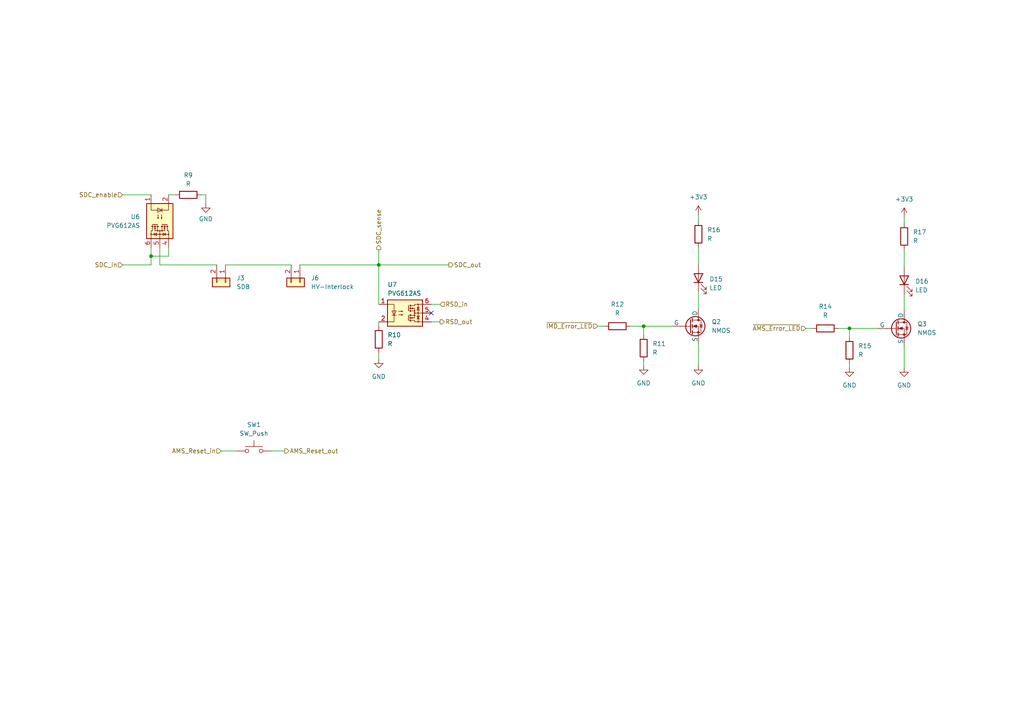
<source format=kicad_sch>
(kicad_sch (version 20231120) (generator "eeschema") (generator_version "8.0")
  (paper "A4")
  (lib_symbols
    (symbol "Connector_Generic:Conn_01x02" (pin_names (offset 1.016) hide)
      (property "Reference" "J" (at 0 2.54 0))
      (property "Value" "Conn_01x02" (at 0 -5.08 0))
      (symbol "Conn_01x02_1_1"
        (rectangle (start -1.27 -2.413) (end 0 -2.667) (stroke (width 0.1524)))
        (rectangle (start -1.27 0.127) (end 0 -0.127) (stroke (width 0.1524)))
        (rectangle (start -1.27 1.27) (end 1.27 -3.81) (stroke (width 0.254)) (fill (type background)))
        (pin passive line (at -5.08 0 0) (length 3.81) (name "Pin_1") (number "1"))
        (pin passive line (at -5.08 -2.54 0) (length 3.81) (name "Pin_2") (number "2"))
      )
    )
    (symbol "Device:LED" (pin_numbers hide) (pin_names (offset 1.016) hide)
      (property "Reference" "D" (at 0 2.54 0))
      (property "Value" "LED" (at 0 -2.54 0))
      (symbol "LED_0_1"
        (polyline (pts (xy -1.27 -1.27) (xy -1.27 1.27)) (stroke (width 0.254)))
        (polyline (pts (xy -1.27 0) (xy 1.27 0)))
        (polyline (pts (xy 1.27 -1.27) (xy 1.27 1.27) (xy -1.27 0) (xy 1.27 -1.27)) (stroke (width 0.254)))
        (polyline (pts (xy -3.048 -0.762) (xy -4.572 -2.286) (xy -3.81 -2.286) (xy -4.572 -2.286) (xy -4.572 -1.524)))
        (polyline (pts (xy -1.778 -0.762) (xy -3.302 -2.286) (xy -2.54 -2.286) (xy -3.302 -2.286) (xy -3.302 -1.524)))
      )
      (symbol "LED_1_1"
        (pin passive line (at -3.81 0 0) (length 2.54) (name "K") (number "1"))
        (pin passive line (at 3.81 0 180) (length 2.54) (name "A") (number "2"))
      )
    )
    (symbol "Device:R" (pin_numbers hide) (pin_names (offset 0))
      (property "Reference" "R" (at 2.032 0 90))
      (property "Value" "R" (at 0 0 90))
      (symbol "R_0_1"
        (rectangle (start -1.016 -2.54) (end 1.016 2.54) (stroke (width 0.254)))
      )
      (symbol "R_1_1"
        (pin passive line (at 0 3.81 270) (length 1.27) (name "~") (number "1"))
        (pin passive line (at 0 -3.81 90) (length 1.27) (name "~") (number "2"))
      )
    )
    (symbol "FaSTTUBe_Power-Switches:PVG612AS"
      (property "Reference" "U" (at -3.81 5.08 0))
      (property "Value" "PVG612AS" (at 0 -5.08 0))
      (symbol "PVG612AS_0_1"
        (rectangle (start -5.08 3.81) (end 5.08 -3.81) (stroke (width 0.254)) (fill (type background)))
        (polyline (pts (xy -3.81 -0.635) (xy -2.54 -0.635)))
        (polyline (pts (xy 1.016 -0.635) (xy 1.016 -2.159)) (stroke (width 0.2032)))
        (polyline (pts (xy 1.016 2.159) (xy 1.016 0.635)) (stroke (width 0.2032)))
        (polyline (pts (xy 1.524 -0.508) (xy 1.524 -0.762)) (stroke (width 0.3556)))
        (polyline (pts (xy 2.794 0) (xy 5.08 0)))
        (polyline (pts (xy 3.429 -1.651) (xy 4.191 -1.651)))
        (polyline (pts (xy 3.429 1.651) (xy 4.191 1.651)))
        (polyline (pts (xy 3.81 -2.54) (xy 3.81 2.54)))
        (polyline (pts (xy 1.524 -2.032) (xy 1.524 -2.286) (xy 1.524 -2.286)) (stroke (width 0.3556)))
        (polyline (pts (xy 1.524 -1.27) (xy 1.524 -1.524) (xy 1.524 -1.524)) (stroke (width 0.3556)))
        (polyline (pts (xy 1.524 0.762) (xy 1.524 0.508) (xy 1.524 0.508)) (stroke (width 0.3556)))
        (polyline (pts (xy 1.524 1.524) (xy 1.524 1.27) (xy 1.524 1.27)) (stroke (width 0.3556)))
        (polyline (pts (xy 1.524 2.286) (xy 1.524 2.032) (xy 1.524 2.032)) (stroke (width 0.3556)))
        (polyline (pts (xy 1.651 -1.397) (xy 2.794 -1.397) (xy 2.794 -0.635)))
        (polyline (pts (xy 1.651 1.397) (xy 2.794 1.397) (xy 2.794 0.635)))
        (polyline (pts (xy -5.08 2.54) (xy -3.175 2.54) (xy -3.175 -2.54) (xy -5.08 -2.54)))
        (polyline (pts (xy -3.175 -0.635) (xy -3.81 0.635) (xy -2.54 0.635) (xy -3.175 -0.635)))
        (polyline (pts (xy 1.651 -2.159) (xy 2.794 -2.159) (xy 2.794 -2.54) (xy 5.08 -2.54)))
        (polyline (pts (xy 1.651 -0.635) (xy 2.794 -0.635) (xy 2.794 0.635) (xy 1.651 0.635)))
        (polyline (pts (xy 1.651 2.159) (xy 2.794 2.159) (xy 2.794 2.54) (xy 5.08 2.54)))
        (polyline (pts (xy 1.778 -1.397) (xy 2.286 -1.27) (xy 2.286 -1.524) (xy 1.778 -1.397)))
        (polyline (pts (xy 1.778 1.397) (xy 2.286 1.524) (xy 2.286 1.27) (xy 1.778 1.397)))
        (polyline (pts (xy 3.81 -1.651) (xy 3.429 -0.889) (xy 4.191 -0.889) (xy 3.81 -1.651)))
        (polyline (pts (xy 3.81 1.651) (xy 3.429 0.889) (xy 4.191 0.889) (xy 3.81 1.651)))
        (polyline (pts (xy -1.905 -0.508) (xy -0.635 -0.508) (xy -1.016 -0.635) (xy -1.016 -0.381) (xy -0.635 -0.508)))
        (polyline (pts (xy -1.905 0.508) (xy -0.635 0.508) (xy -1.016 0.381) (xy -1.016 0.635) (xy -0.635 0.508)))
        (circle (center 2.794 -0.635) (radius 0.127))
        (circle (center 2.794 0) (radius 0.127))
        (circle (center 2.794 0.635) (radius 0.127))
        (circle (center 3.81 -2.54) (radius 0.127))
        (circle (center 3.81 0) (radius 0.127))
        (circle (center 3.81 2.54) (radius 0.127))
      )
      (symbol "PVG612AS_1_1"
        (pin passive line (at -7.62 2.54 0) (length 2.54) (name "~") (number "1"))
        (pin passive line (at -7.62 -2.54 0) (length 2.54) (name "~") (number "2"))
        (pin no_connect line (at -5.08 0 0) (length 2.54) hide (name "~") (number "3"))
        (pin passive line (at 7.62 -2.54 180) (length 2.54) (name "~") (number "4"))
        (pin passive line (at 7.62 0 180) (length 2.54) (name "~") (number "5"))
        (pin passive line (at 7.62 2.54 180) (length 2.54) (name "~") (number "6"))
      )
    )
    (symbol "Simulation_SPICE:NMOS" (pin_numbers hide) (pin_names (offset 0))
      (property "Reference" "Q" (at 5.08 1.27 0))
      (property "Value" "NMOS" (at 5.08 -1.27 0))
      (symbol "NMOS_0_1"
        (polyline (pts (xy 0.254 0) (xy -2.54 0)))
        (polyline (pts (xy 0.254 1.905) (xy 0.254 -1.905)) (stroke (width 0.254)))
        (polyline (pts (xy 0.762 -1.27) (xy 0.762 -2.286)) (stroke (width 0.254)))
        (polyline (pts (xy 0.762 0.508) (xy 0.762 -0.508)) (stroke (width 0.254)))
        (polyline (pts (xy 0.762 2.286) (xy 0.762 1.27)) (stroke (width 0.254)))
        (polyline (pts (xy 2.54 2.54) (xy 2.54 1.778)))
        (polyline (pts (xy 2.54 -2.54) (xy 2.54 0) (xy 0.762 0)))
        (polyline (pts (xy 0.762 -1.778) (xy 3.302 -1.778) (xy 3.302 1.778) (xy 0.762 1.778)))
        (polyline (pts (xy 1.016 0) (xy 2.032 0.381) (xy 2.032 -0.381) (xy 1.016 0)) (fill (type outline)))
        (polyline (pts (xy 2.794 0.508) (xy 2.921 0.381) (xy 3.683 0.381) (xy 3.81 0.254)))
        (polyline (pts (xy 3.302 0.381) (xy 2.921 -0.254) (xy 3.683 -0.254) (xy 3.302 0.381)))
        (circle (center 1.651 0) (radius 2.794) (stroke (width 0.254)))
        (circle (center 2.54 -1.778) (radius 0.254) (fill (type outline)))
        (circle (center 2.54 1.778) (radius 0.254) (fill (type outline)))
      )
      (symbol "NMOS_1_1"
        (pin passive line (at 2.54 5.08 270) (length 2.54) (name "D") (number "1"))
        (pin input line (at -5.08 0 0) (length 2.54) (name "G") (number "2"))
        (pin passive line (at 2.54 -5.08 90) (length 2.54) (name "S") (number "3"))
      )
    )
    (symbol "Switch:SW_Push" (pin_numbers hide) (pin_names (offset 1.016) hide)
      (property "Reference" "SW" (at 1.27 2.54 0))
      (property "Value" "SW_Push" (at 0 -1.524 0))
      (symbol "SW_Push_0_1"
        (circle (center -2.032 0) (radius 0.508))
        (polyline (pts (xy 0 1.27) (xy 0 3.048)))
        (polyline (pts (xy 2.54 1.27) (xy -2.54 1.27)))
        (circle (center 2.032 0) (radius 0.508))
        (pin passive line (at -5.08 0 0) (length 2.54) (name "1") (number "1"))
        (pin passive line (at 5.08 0 180) (length 2.54) (name "2") (number "2"))
      )
    )
    (symbol "power:+3V3" (power) (pin_numbers hide) (pin_names (offset 0) hide)
      (property "Value" "+3V3" (at 0 3.556 0))
      (symbol "+3V3_0_1"
        (polyline (pts (xy -0.762 1.27) (xy 0 2.54)))
        (polyline (pts (xy 0 0) (xy 0 2.54)))
        (polyline (pts (xy 0 2.54) (xy 0.762 1.27)))
      )
      (symbol "+3V3_1_1"
        (pin power_in line (at 0 0 90) (length 0) (name "~") (number "1"))
      )
    )
    (symbol "power:GND" (power) (pin_numbers hide) (pin_names (offset 0) hide)
      (property "Value" "GND" (at 0 -3.81 0))
      (symbol "GND_0_1"
        (polyline (pts (xy 0 0) (xy 0 -1.27) (xy 1.27 -1.27) (xy 0 -2.54) (xy -1.27 -1.27) (xy 0 -1.27)))
      )
      (symbol "GND_1_1"
        (pin power_in line (at 0 0 270) (length 0) (name "~") (number "1"))
      )
    )
  )
  (junction (at 43.815 74.295))
  (junction (at 109.855 76.835))
  (junction (at 246.38 95.25))
  (junction (at 186.69 94.615))
  (no_connect (at 125.095 90.805))
  (wire (pts (xy 78.74 130.81) (xy 82.55 130.81)))
  (wire (pts (xy 173.355 94.615) (xy 175.26 94.615)))
  (wire (pts (xy 233.68 95.25) (xy 235.585 95.25)))
  (wire (pts (xy 64.135 130.81) (xy 68.58 130.81)))
  (wire (pts (xy 202.565 99.695) (xy 202.565 106.045)))
  (wire (pts (xy 35.56 76.835) (xy 43.815 76.835)))
  (wire (pts (xy 48.895 71.755) (xy 48.895 74.295)))
  (wire (pts (xy 109.855 72.39) (xy 109.855 76.835)))
  (wire (pts (xy 246.38 95.25) (xy 246.38 97.79)))
  (wire (pts (xy 58.42 56.515) (xy 59.69 56.515)))
  (wire (pts (xy 127.635 88.265) (xy 125.095 88.265)))
  (wire (pts (xy 262.255 100.33) (xy 262.255 106.68)))
  (wire (pts (xy 125.095 93.345) (xy 127.635 93.345)))
  (wire (pts (xy 43.815 71.755) (xy 43.815 74.295)))
  (wire (pts (xy 262.255 85.09) (xy 262.255 90.17)))
  (wire (pts (xy 243.205 95.25) (xy 246.38 95.25)))
  (wire (pts (xy 109.855 76.835) (xy 130.175 76.835)))
  (wire (pts (xy 109.855 102.235) (xy 109.855 104.14)))
  (wire (pts (xy 109.855 93.345) (xy 109.855 94.615)))
  (wire (pts (xy 65.405 76.835) (xy 84.455 76.835)))
  (wire (pts (xy 109.855 76.835) (xy 109.855 88.265)))
  (wire (pts (xy 262.255 62.865) (xy 262.255 64.77)))
  (wire (pts (xy 186.69 94.615) (xy 194.945 94.615)))
  (wire (pts (xy 182.88 94.615) (xy 186.69 94.615)))
  (wire (pts (xy 35.56 56.515) (xy 43.815 56.515)))
  (wire (pts (xy 202.565 62.23) (xy 202.565 64.135)))
  (wire (pts (xy 202.565 71.755) (xy 202.565 76.835)))
  (wire (pts (xy 59.69 56.515) (xy 59.69 59.055)))
  (wire (pts (xy 43.815 74.295) (xy 48.895 74.295)))
  (wire (pts (xy 46.355 76.835) (xy 62.865 76.835)))
  (wire (pts (xy 186.69 94.615) (xy 186.69 97.155)))
  (wire (pts (xy 46.355 71.755) (xy 46.355 76.835)))
  (wire (pts (xy 43.815 74.295) (xy 43.815 76.835)))
  (wire (pts (xy 86.995 76.835) (xy 109.855 76.835)))
  (wire (pts (xy 48.895 56.515) (xy 50.8 56.515)))
  (wire (pts (xy 262.255 72.39) (xy 262.255 77.47)))
  (wire (pts (xy 246.38 95.25) (xy 254.635 95.25)))
  (wire (pts (xy 246.38 106.68) (xy 246.38 105.41)))
  (wire (pts (xy 186.69 106.045) (xy 186.69 104.775)))
  (wire (pts (xy 202.565 84.455) (xy 202.565 89.535)))
  (hierarchical_label "SDC_out" (shape output) (at 130.175 76.835 0))
  (hierarchical_label "RSD_in" (shape input) (at 127.635 88.265 0))
  (hierarchical_label "~{AMS_Error_LED}" (shape input) (at 233.68 95.25 180))
  (hierarchical_label "~{IMD_Error_LED}" (shape input) (at 173.355 94.615 180))
  (hierarchical_label "SDC_in" (shape input) (at 35.56 76.835 180))
  (hierarchical_label "AMS_Reset_in" (shape input) (at 64.135 130.81 180))
  (hierarchical_label "SDC_enable" (shape input) (at 35.56 56.515 180))
  (hierarchical_label "AMS_Reset_out" (shape output) (at 82.55 130.81 0))
  (hierarchical_label "RSD_out" (shape output) (at 127.635 93.345 0))
  (hierarchical_label "SDC_sense" (shape output) (at 109.855 72.39 90))
  (symbol (lib_id "Device:R") (at 262.255 68.58 180) (unit 1)
    (property "Reference" "R17" (at 264.795 67.3099 0) (effects (justify right)))
    (property "Value" "R" (at 264.795 69.8499 0) (effects (justify right)))
    (property "Description" "Resistor" (effects (hide yes)))
  )
  (symbol (lib_id "Device:R") (at 179.07 94.615 270) (unit 1)
    (property "Reference" "R12" (at 179.07 88.265 90))
    (property "Value" "R" (at 179.07 90.805 90))
    (property "Description" "Resistor" (effects (hide yes)))
  )
  (symbol (lib_id "Device:R") (at 186.69 100.965 180) (unit 1)
    (property "Reference" "R11" (at 189.23 99.6949 0) (effects (justify right)))
    (property "Value" "R" (at 189.23 102.2349 0) (effects (justify right)))
    (property "Description" "Resistor" (effects (hide yes)))
  )
  (symbol (lib_id "power:GND") (at 59.69 59.055 0) (unit 1)
    (property "Reference" "#PWR024" (effects (hide yes)))
    (property "Value" "GND" (at 59.69 63.5 0))
    (property "Description" "Power symbol creates a global label with name \"GND\" , ground" (effects (hide yes)))
  )
  (symbol (lib_id "power:GND") (at 246.38 106.68 0) (unit 1)
    (property "Reference" "#PWR027" (effects (hide yes)))
    (property "Value" "GND" (at 246.38 111.76 0))
    (property "Description" "Power symbol creates a global label with name \"GND\" , ground" (effects (hide yes)))
  )
  (symbol (lib_id "Device:R") (at 202.565 67.945 180) (unit 1)
    (property "Reference" "R16" (at 205.105 66.6749 0) (effects (justify right)))
    (property "Value" "R" (at 205.105 69.2149 0) (effects (justify right)))
    (property "Description" "Resistor" (effects (hide yes)))
  )
  (symbol (lib_id "Device:R") (at 109.855 98.425 180) (unit 1)
    (property "Reference" "R10" (at 112.395 97.1549 0) (effects (justify right)))
    (property "Value" "R" (at 112.395 99.6949 0) (effects (justify right)))
    (property "Description" "Resistor" (effects (hide yes)))
  )
  (symbol (lib_id "power:+3V3") (at 202.565 62.23 0) (unit 1)
    (property "Reference" "#PWR074" (effects (hide yes)))
    (property "Value" "+3V3" (at 202.565 57.15 0))
    (property "Description" "Power symbol creates a global label with name \"+3V3\"" (effects (hide yes)))
  )
  (symbol (lib_id "Simulation_SPICE:NMOS") (at 200.025 94.615 0) (unit 1)
    (property "Reference" "Q2" (at 206.375 93.3449 0) (effects (justify left)))
    (property "Value" "NMOS" (at 206.375 95.8849 0) (effects (justify left)))
    (property "Datasheet" "https://ngspice.sourceforge.io/docs/ngspice-html-manual/manual.xhtml#cha_MOSFETs" (effects (hide yes)))
    (property "Description" "N-MOSFET transistor, drain/source/gate" (effects (hide yes)))
    (property "Sim.Device" "NMOS" (effects (hide yes)))
    (property "Sim.Type" "VDMOS" (effects (hide yes)))
    (property "Sim.Pins" "1=D 2=G 3=S" (effects (hide yes)))
  )
  (symbol (lib_id "Device:R") (at 239.395 95.25 270) (unit 1)
    (property "Reference" "R14" (at 239.395 88.9 90))
    (property "Value" "R" (at 239.395 91.44 90))
    (property "Description" "Resistor" (effects (hide yes)))
  )
  (symbol (lib_id "power:GND") (at 186.69 106.045 0) (unit 1)
    (property "Reference" "#PWR032" (effects (hide yes)))
    (property "Value" "GND" (at 186.69 111.125 0))
    (property "Description" "Power symbol creates a global label with name \"GND\" , ground" (effects (hide yes)))
  )
  (symbol (lib_id "Device:R") (at 54.61 56.515 90) (unit 1)
    (property "Reference" "R9" (at 54.61 50.8 90))
    (property "Value" "R" (at 54.61 53.34 90))
    (property "Description" "Resistor" (effects (hide yes)))
  )
  (symbol (lib_id "Device:LED") (at 202.565 80.645 90) (unit 1)
    (property "Reference" "D15" (at 205.74 80.9624 90) (effects (justify right)))
    (property "Value" "LED" (at 205.74 83.5024 90) (effects (justify right)))
    (property "Description" "Light emitting diode" (effects (hide yes)))
  )
  (symbol (lib_id "Device:R") (at 246.38 101.6 180) (unit 1)
    (property "Reference" "R15" (at 248.92 100.3299 0) (effects (justify right)))
    (property "Value" "R" (at 248.92 102.8699 0) (effects (justify right)))
    (property "Description" "Resistor" (effects (hide yes)))
  )
  (symbol (lib_id "Device:LED") (at 262.255 81.28 90) (unit 1)
    (property "Reference" "D16" (at 265.43 81.5974 90) (effects (justify right)))
    (property "Value" "LED" (at 265.43 84.1374 90) (effects (justify right)))
    (property "Description" "Light emitting diode" (effects (hide yes)))
  )
  (symbol (lib_id "power:GND") (at 202.565 106.045 0) (unit 1)
    (property "Reference" "#PWR026" (effects (hide yes)))
    (property "Value" "GND" (at 202.565 111.125 0))
    (property "Description" "Power symbol creates a global label with name \"GND\" , ground" (effects (hide yes)))
  )
  (symbol (lib_id "power:GND") (at 262.255 106.68 0) (unit 1)
    (property "Reference" "#PWR033" (effects (hide yes)))
    (property "Value" "GND" (at 262.255 111.76 0))
    (property "Description" "Power symbol creates a global label with name \"GND\" , ground" (effects (hide yes)))
  )
  (symbol (lib_id "Simulation_SPICE:NMOS") (at 259.715 95.25 0) (unit 1)
    (property "Reference" "Q3" (at 266.065 93.9799 0) (effects (justify left)))
    (property "Value" "NMOS" (at 266.065 96.5199 0) (effects (justify left)))
    (property "Datasheet" "https://ngspice.sourceforge.io/docs/ngspice-html-manual/manual.xhtml#cha_MOSFETs" (effects (hide yes)))
    (property "Description" "N-MOSFET transistor, drain/source/gate" (effects (hide yes)))
    (property "Sim.Device" "NMOS" (effects (hide yes)))
    (property "Sim.Type" "VDMOS" (effects (hide yes)))
    (property "Sim.Pins" "1=D 2=G 3=S" (effects (hide yes)))
  )
  (symbol (lib_id "Connector_Generic:Conn_01x02") (at 65.405 81.915 270) (unit 1)
    (property "Reference" "J3" (at 68.58 80.6449 90) (effects (justify left)))
    (property "Value" "SDB" (at 68.58 83.1849 90) (effects (justify left)))
    (property "Description" "Generic connector, single row, 01x02, script generated (kicad-library-utils/schlib/autogen/connector/)" (effects (hide yes)))
  )
  (symbol (lib_id "power:+3V3") (at 262.255 62.865 0) (unit 1)
    (property "Reference" "#PWR076" (effects (hide yes)))
    (property "Value" "+3V3" (at 262.255 57.785 0))
    (property "Description" "Power symbol creates a global label with name \"+3V3\"" (effects (hide yes)))
  )
  (symbol (lib_id "FaSTTUBe_Power-Switches:PVG612AS") (at 46.355 64.135 90) (mirror x) (unit 1)
    (property "Reference" "U6" (at 40.64 62.8649 90) (effects (justify left)))
    (property "Value" "PVG612AS" (at 40.64 65.4049 90) (effects (justify left)))
    (property "Footprint" "Package_DIP:SMDIP-6_W9.53mm" (effects (hide yes)))
    (property "Datasheet" "https://www.infineon.com/dgdl/Infineon-PVG612A-DataSheet-v01_00-EN.pdf?fileId=5546d462533600a401535683ca14293a" (effects (hide yes)))
    (property "Description" "Photo MOSFET optically coupled, 60VDC, 4A, 35mohm, Isolation 4000 VRMS, SMDIP-6" (effects (hide yes)))
  )
  (symbol (lib_id "Switch:SW_Push") (at 73.66 130.81 0) (unit 1)
    (property "Reference" "SW1" (at 73.66 123.19 0))
    (property "Value" "SW_Push" (at 73.66 125.73 0))
    (property "Description" "Push button switch, generic, two pins" (effects (hide yes)))
  )
  (symbol (lib_id "Connector_Generic:Conn_01x02") (at 86.995 81.915 270) (unit 1)
    (property "Reference" "J6" (at 90.17 80.6449 90) (effects (justify left)))
    (property "Value" "HV-Interlock" (at 90.17 83.1849 90) (effects (justify left)))
    (property "Description" "Generic connector, single row, 01x02, script generated (kicad-library-utils/schlib/autogen/connector/)" (effects (hide yes)))
  )
  (symbol (lib_id "power:GND") (at 109.855 104.14 0) (unit 1)
    (property "Reference" "#PWR025" (effects (hide yes)))
    (property "Value" "GND" (at 109.855 109.22 0))
    (property "Description" "Power symbol creates a global label with name \"GND\" , ground" (effects (hide yes)))
  )
  (symbol (lib_id "FaSTTUBe_Power-Switches:PVG612AS") (at 117.475 90.805 0) (unit 1)
    (property "Reference" "U7" (at 112.395 82.55 0) (effects (justify left)))
    (property "Value" "PVG612AS" (at 112.395 85.09 0) (effects (justify left)))
    (property "Footprint" "Package_DIP:SMDIP-6_W9.53mm" (effects (hide yes)))
    (property "Datasheet" "https://www.infineon.com/dgdl/Infineon-PVG612A-DataSheet-v01_00-EN.pdf?fileId=5546d462533600a401535683ca14293a" (effects (hide yes)))
    (property "Description" "Photo MOSFET optically coupled, 60VDC, 4A, 35mohm, Isolation 4000 VRMS, SMDIP-6" (effects (hide yes)))
  )
)
</source>
